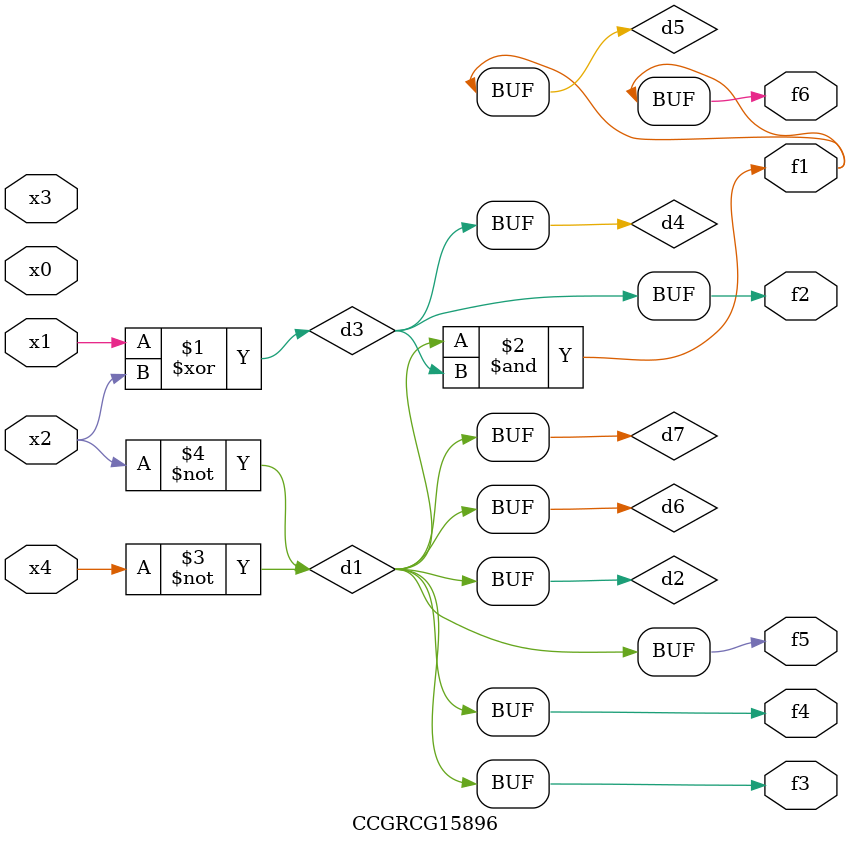
<source format=v>
module CCGRCG15896(
	input x0, x1, x2, x3, x4,
	output f1, f2, f3, f4, f5, f6
);

	wire d1, d2, d3, d4, d5, d6, d7;

	not (d1, x4);
	not (d2, x2);
	xor (d3, x1, x2);
	buf (d4, d3);
	and (d5, d1, d3);
	buf (d6, d1, d2);
	buf (d7, d2);
	assign f1 = d5;
	assign f2 = d4;
	assign f3 = d7;
	assign f4 = d7;
	assign f5 = d7;
	assign f6 = d5;
endmodule

</source>
